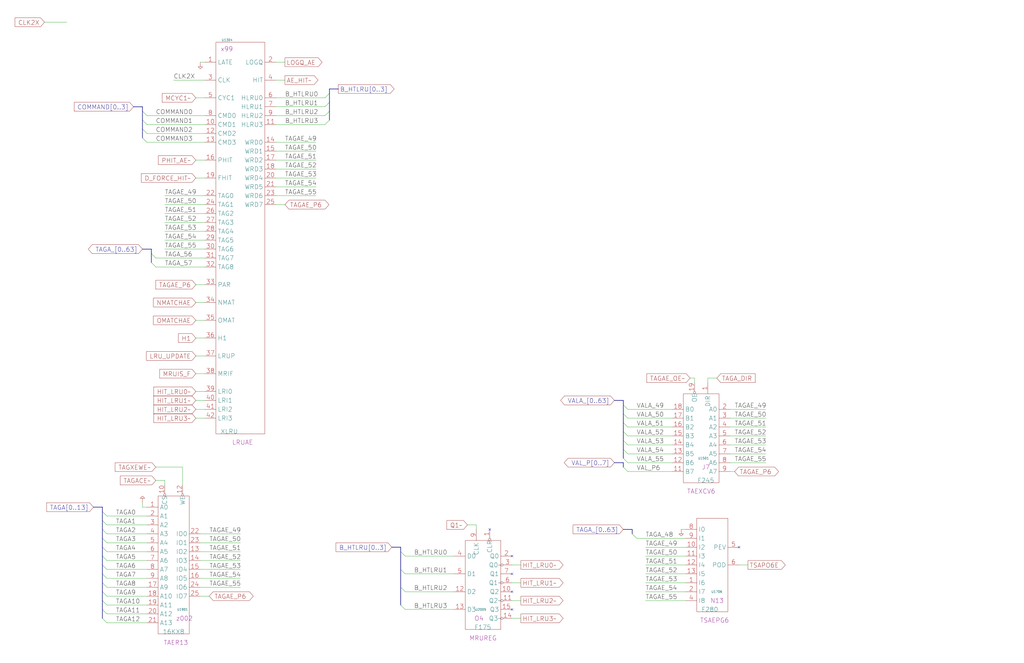
<source format=kicad_sch>
(kicad_sch (version 20230121) (generator eeschema)
  (paper "User" 584.2 378.46)
  (title_block (title "LRU LOGIC\\nPLANE A_EARLY") (date "08-MAR-90") (rev "0.0") (comment 1 "MEM32 BOARD") (comment 2 "232-003066") (comment 3 "S400") (comment 4 "RELEASED"))
  (lib_symbols
    (symbol "r1000:16KX8" (pin_names (offset 1.016))
      (property "Reference" "U" (at 2.54 5.08 0))
      (property "Value" "16KX8" (at -8.89 -7.62 0))
      (property "Location" "___" (at -1.27 0 0))
      (property "Name" "______" (at -1.27 -15.24 0))
      (symbol "16KX8_1_1"
        (rectangle (start -11.43 69.85) (end 6.35 -8.89))
        (circle (center -7.62 70.485) (radius 0.635))
        (circle (center 2.54 70.485) (radius 0.635))
        (pin input line (at -17.78 63.5 0) (length 6.35) (name "A0") (number "1"))
        (pin input line (at -7.62 76.2 270) (length 5.08) (name "CS") (number "10"))
        (pin input line (at 2.54 76.2 270) (length 5.08) (name "WE") (number "12"))
        (pin bidirectional line (at 12.7 38.1 180) (length 6.35) (name "IO2") (number "13"))
        (pin bidirectional line (at 12.7 33.02 180) (length 6.35) (name "IO3") (number "14"))
        (pin bidirectional line (at 12.7 27.94 180) (length 6.35) (name "IO4") (number "15"))
        (pin bidirectional line (at 12.7 22.86 180) (length 6.35) (name "IO5") (number "16"))
        (pin input line (at -17.78 17.78 0) (length 6.35) (name "A9") (number "17"))
        (pin input line (at -17.78 12.7 0) (length 6.35) (name "A10") (number "18"))
        (pin input line (at -17.78 7.62 0) (length 6.35) (name "A11") (number "19"))
        (pin input line (at -17.78 58.42 0) (length 6.35) (name "A1") (number "2"))
        (pin input line (at -17.78 2.54 0) (length 6.35) (name "A12") (number "20"))
        (pin input line (at -17.78 -2.54 0) (length 6.35) (name "A13") (number "21"))
        (pin bidirectional line (at 12.7 48.26 180) (length 6.35) (name "IO0") (number "22"))
        (pin bidirectional line (at 12.7 43.18 180) (length 6.35) (name "IO1") (number "23"))
        (pin bidirectional line (at 12.7 17.78 180) (length 6.35) (name "IO6") (number "24"))
        (pin bidirectional line (at 12.7 12.7 180) (length 6.35) (name "IO7") (number "25"))
        (pin input line (at -17.78 53.34 0) (length 6.35) (name "A2") (number "3"))
        (pin input line (at -17.78 48.26 0) (length 6.35) (name "A3") (number "4"))
        (pin input line (at -17.78 43.18 0) (length 6.35) (name "A4") (number "5"))
        (pin input line (at -17.78 38.1 0) (length 6.35) (name "A5") (number "6"))
        (pin input line (at -17.78 33.02 0) (length 6.35) (name "A6") (number "7"))
        (pin input line (at -17.78 27.94 0) (length 6.35) (name "A7") (number "8"))
        (pin input line (at -17.78 22.86 0) (length 6.35) (name "A8") (number "9"))
      )
    )
    (symbol "r1000:F175" (pin_names (offset 1.016))
      (property "Reference" "U" (at 2.54 5.08 0))
      (property "Value" "F175" (at -1.27 -5.08 0))
      (property "Location" "___" (at -1.27 0 0))
      (property "Name" "______" (at 3.81 -12.7 0))
      (symbol "F175_1_1"
        (rectangle (start -6.35 44.45) (end 13.97 -6.35))
        (circle (center 7.62 45.085) (radius 0.635))
        (circle (center 14.605 0) (radius 0.635))
        (circle (center 14.605 10.16) (radius 0.635))
        (circle (center 14.605 20.32) (radius 0.635))
        (circle (center 14.605 30.48) (radius 0.635))
        (pin input line (at 7.62 50.8 270) (length 5.08) (name "CLR") (number "1"))
        (pin output line (at 20.32 15.24 180) (length 6.35) (name "Q2") (number "10"))
        (pin output line (at 20.32 10.16 180) (length 5.08) (name "Q2~") (number "11"))
        (pin input line (at -12.7 15.24 0) (length 6.35) (name "D2") (number "12"))
        (pin input line (at -12.7 5.08 0) (length 6.35) (name "D3") (number "13"))
        (pin output line (at 20.32 0 180) (length 5.08) (name "Q3~") (number "14"))
        (pin output line (at 20.32 5.08 180) (length 6.35) (name "Q3") (number "15"))
        (pin output line (at 20.32 35.56 180) (length 6.35) (name "Q0") (number "2"))
        (pin output line (at 20.32 30.48 180) (length 5.08) (name "Q0~") (number "3"))
        (pin input line (at -12.7 35.56 0) (length 6.35) (name "D0") (number "4"))
        (pin input line (at -12.7 25.4 0) (length 6.35) (name "D1") (number "5"))
        (pin output line (at 20.32 20.32 180) (length 5.08) (name "Q1~") (number "6"))
        (pin output line (at 20.32 25.4 180) (length 6.35) (name "Q1") (number "7"))
        (pin input line (at 0 50.8 270) (length 6.35) (name "CLK") (number "9"))
      )
    )
    (symbol "r1000:F245" (pin_names (offset 1.016))
      (property "Reference" "U" (at 2.54 5.08 0))
      (property "Value" "F245" (at -3.81 -7.62 0))
      (property "Location" "___" (at -1.27 0 0))
      (property "Name" "______" (at 3.81 -15.24 0))
      (symbol "F245_1_1"
        (rectangle (start -6.35 41.91) (end 13.97 -8.89))
        (circle (center 7.62 42.545) (radius 0.635))
        (pin input line (at 0 48.26 270) (length 6.35) (name "DIR") (number "1"))
        (pin bidirectional line (at 20.32 -2.54 180) (length 6.35) (name "B7") (number "11"))
        (pin bidirectional line (at 20.32 2.54 180) (length 6.35) (name "B6") (number "12"))
        (pin bidirectional line (at 20.32 7.62 180) (length 6.35) (name "B5") (number "13"))
        (pin bidirectional line (at 20.32 12.7 180) (length 6.35) (name "B4") (number "14"))
        (pin bidirectional line (at 20.32 17.78 180) (length 6.35) (name "B3") (number "15"))
        (pin bidirectional line (at 20.32 22.86 180) (length 6.35) (name "B2") (number "16"))
        (pin bidirectional line (at 20.32 27.94 180) (length 6.35) (name "B1") (number "17"))
        (pin bidirectional line (at 20.32 33.02 180) (length 6.35) (name "B0") (number "18"))
        (pin input line (at 7.62 48.26 270) (length 5.08) (name "OE") (number "19"))
        (pin bidirectional line (at -12.7 33.02 0) (length 6.35) (name "A0") (number "2"))
        (pin bidirectional line (at -12.7 27.94 0) (length 6.35) (name "A1") (number "3"))
        (pin bidirectional line (at -12.7 22.86 0) (length 6.35) (name "A2") (number "4"))
        (pin bidirectional line (at -12.7 17.78 0) (length 6.35) (name "A3") (number "5"))
        (pin bidirectional line (at -12.7 12.7 0) (length 6.35) (name "A4") (number "6"))
        (pin bidirectional line (at -12.7 7.62 0) (length 6.35) (name "A5") (number "7"))
        (pin bidirectional line (at -12.7 2.54 0) (length 6.35) (name "A6") (number "8"))
        (pin bidirectional line (at -12.7 -2.54 0) (length 6.35) (name "A7") (number "9"))
      )
    )
    (symbol "r1000:F280" (pin_names (offset 1.016))
      (property "Reference" "U" (at 2.54 5.08 0))
      (property "Value" "F280" (at -6.35 -5.08 0))
      (property "Location" "___" (at -1.27 0 0))
      (property "Name" "______" (at 1.27 -12.7 0))
      (symbol "F280_1_1"
        (rectangle (start -8.89 46.99) (end 8.89 -6.35))
        (pin input line (at -15.24 10.16 0) (length 6.35) (name "I6") (number "1"))
        (pin input line (at -15.24 30.48 0) (length 6.35) (name "I2") (number "10"))
        (pin input line (at -15.24 25.4 0) (length 6.35) (name "I3") (number "11"))
        (pin input line (at -15.24 20.32 0) (length 6.35) (name "I4") (number "12"))
        (pin input line (at -15.24 15.24 0) (length 6.35) (name "I5") (number "13"))
        (pin input line (at -15.24 5.08 0) (length 6.35) (name "I7") (number "2"))
        (pin input line (at -15.24 0 0) (length 6.35) (name "I8") (number "4"))
        (pin output line (at 15.24 30.48 180) (length 6.35) (name "PEV") (number "5"))
        (pin output line (at 15.24 20.32 180) (length 6.35) (name "POD") (number "6"))
        (pin input line (at -15.24 40.64 0) (length 6.35) (name "I0") (number "8"))
        (pin input line (at -15.24 35.56 0) (length 6.35) (name "I1") (number "9"))
      )
    )
    (symbol "r1000:PD" (power) (pin_numbers hide) (pin_names hide) (in_bom no)
      (symbol "PD_0_1"
        (polyline (pts (xy 0 -2.54) (xy 1.27 -2.54) (xy 0 -3.81) (xy -1.27 -2.54) (xy 0 -2.54)) (stroke (width 0.1524)))
      )
      (symbol "PD_1_1"
        (pin power_in line (at 0 0 270) (length 2.54) (name "PD") (number "1"))
      )
    )
    (symbol "r1000:PU" (power) (pin_numbers hide) (pin_names hide)
      (symbol "PU_0_1"
        (polyline (pts (xy 0 2.54) (xy -1.27 2.54) (xy 0 3.81) (xy 1.27 2.54) (xy 0 2.54)) (stroke (width 0.1524)))
      )
      (symbol "PU_1_1"
        (pin power_in line (at 0 0 90) (length 2.54) (name "PU") (number "1"))
      )
    )
    (symbol "r1000:XLRU" (pin_names (offset 1.016))
      (property "Reference" "U" (at 2.54 5.08 0))
      (property "Value" "XLRU" (at -1.27 -218.44 0))
      (property "Location" "___" (at -1.27 0 0))
      (property "Name" "______" (at 11.43 -226.06 0))
      (symbol "XLRU_1_1"
        (rectangle (start -3.81 3.81) (end 24.13 -219.71))
        (pin input line (at -10.16 -7.62 0) (length 6.35) (name "LATE") (number "1"))
        (pin input line (at -10.16 -43.18 0) (length 6.35) (name "CMD1") (number "10"))
        (pin tri_state line (at 30.48 -43.18 180) (length 6.35) (name "HLRU3") (number "11"))
        (pin input line (at -10.16 -48.26 0) (length 6.35) (name "CMD2") (number "12"))
        (pin input line (at -10.16 -53.34 0) (length 6.35) (name "CMD3") (number "13"))
        (pin tri_state line (at 30.48 -53.34 180) (length 6.35) (name "WRD0") (number "14"))
        (pin tri_state line (at 30.48 -58.42 180) (length 6.35) (name "WRD1") (number "15"))
        (pin input line (at -10.16 -63.5 0) (length 6.35) (name "PHIT") (number "16"))
        (pin tri_state line (at 30.48 -63.5 180) (length 6.35) (name "WRD2") (number "17"))
        (pin tri_state line (at 30.48 -68.58 180) (length 6.35) (name "WRD3") (number "18"))
        (pin input line (at -10.16 -73.66 0) (length 6.35) (name "FHIT") (number "19"))
        (pin output line (at 30.48 -7.62 180) (length 6.35) (name "LOGQ") (number "2"))
        (pin tri_state line (at 30.48 -73.66 180) (length 6.35) (name "WRD4") (number "20"))
        (pin tri_state line (at 30.48 -78.74 180) (length 6.35) (name "WRD5") (number "21"))
        (pin input line (at -10.16 -83.82 0) (length 6.35) (name "TAG0") (number "22"))
        (pin tri_state line (at 30.48 -83.82 180) (length 6.35) (name "WRD6") (number "23"))
        (pin input line (at -10.16 -88.9 0) (length 6.35) (name "TAG1") (number "24"))
        (pin tri_state line (at 30.48 -88.9 180) (length 6.35) (name "WRD7") (number "25"))
        (pin input line (at -10.16 -93.98 0) (length 6.35) (name "TAG2") (number "26"))
        (pin input line (at -10.16 -99.06 0) (length 6.35) (name "TAG3") (number "27"))
        (pin input line (at -10.16 -104.14 0) (length 6.35) (name "TAG4") (number "28"))
        (pin input line (at -10.16 -109.22 0) (length 6.35) (name "TAG5") (number "29"))
        (pin input line (at -10.16 -17.78 0) (length 6.35) (name "CLK") (number "3"))
        (pin input line (at -10.16 -114.3 0) (length 6.35) (name "TAG6") (number "30"))
        (pin input line (at -10.16 -119.38 0) (length 6.35) (name "TAG7") (number "31"))
        (pin input line (at -10.16 -124.46 0) (length 6.35) (name "TAG8") (number "32"))
        (pin input line (at -10.16 -134.62 0) (length 6.35) (name "PAR") (number "33"))
        (pin input line (at -10.16 -144.78 0) (length 6.35) (name "NMAT") (number "34"))
        (pin input line (at -10.16 -154.94 0) (length 6.35) (name "OMAT") (number "35"))
        (pin input line (at -10.16 -165.1 0) (length 6.35) (name "H1") (number "36"))
        (pin input line (at -10.16 -175.26 0) (length 6.35) (name "LRUP") (number "37"))
        (pin input line (at -10.16 -185.42 0) (length 6.35) (name "MRIF") (number "38"))
        (pin input line (at -10.16 -195.58 0) (length 6.35) (name "LRI0") (number "39"))
        (pin output line (at 30.48 -17.78 180) (length 6.35) (name "HIT") (number "4"))
        (pin input line (at -10.16 -200.66 0) (length 6.35) (name "LRI1") (number "40"))
        (pin input line (at -10.16 -205.74 0) (length 6.35) (name "LRI2") (number "41"))
        (pin input line (at -10.16 -210.82 0) (length 6.35) (name "LRI3") (number "42"))
        (pin input line (at -10.16 -27.94 0) (length 6.35) (name "CYC1") (number "5"))
        (pin tri_state line (at 30.48 -27.94 180) (length 6.35) (name "HLRU0") (number "6"))
        (pin tri_state line (at 30.48 -33.02 180) (length 6.35) (name "HLRU1") (number "7"))
        (pin input line (at -10.16 -38.1 0) (length 6.35) (name "CMD0") (number "8"))
        (pin tri_state line (at 30.48 -38.1 180) (length 6.35) (name "HLRU2") (number "9"))
      )
    )
  )
  (no_connect (at 421.64 312.42))
  (no_connect (at 292.1 317.5))
  (no_connect (at 292.1 347.98))
  (no_connect (at 292.1 327.66))
  (no_connect (at 279.4 302.26))
  (no_connect (at 292.1 337.82))
  (bus_entry (at 81.28 68.58) (size 2.54 2.54))
  (bus_entry (at 355.6 256.54) (size 2.54 2.54))
  (bus_entry (at 58.42 332.74) (size 2.54 2.54))
  (bus_entry (at 58.42 347.98) (size 2.54 2.54))
  (bus_entry (at 228.6 335.28) (size 2.54 2.54))
  (bus_entry (at 81.28 63.5) (size 2.54 2.54))
  (bus_entry (at 58.42 322.58) (size 2.54 2.54))
  (bus_entry (at 355.6 241.3) (size 2.54 2.54))
  (bus_entry (at 58.42 342.9) (size 2.54 2.54))
  (bus_entry (at 58.42 353.06) (size 2.54 2.54))
  (bus_entry (at 58.42 337.82) (size 2.54 2.54))
  (bus_entry (at 187.96 68.58) (size -2.54 2.54))
  (bus_entry (at 81.28 78.74) (size 2.54 2.54))
  (bus_entry (at 355.6 261.62) (size 2.54 2.54))
  (bus_entry (at 187.96 53.34) (size -2.54 2.54))
  (bus_entry (at 58.42 307.34) (size 2.54 2.54))
  (bus_entry (at 355.6 246.38) (size 2.54 2.54))
  (bus_entry (at 86.36 144.78) (size 2.54 2.54))
  (bus_entry (at 355.6 266.7) (size 2.54 2.54))
  (bus_entry (at 187.96 63.5) (size -2.54 2.54))
  (bus_entry (at 187.96 58.42) (size -2.54 2.54))
  (bus_entry (at 58.42 312.42) (size 2.54 2.54))
  (bus_entry (at 58.42 302.26) (size 2.54 2.54))
  (bus_entry (at 355.6 236.22) (size 2.54 2.54))
  (bus_entry (at 58.42 327.66) (size 2.54 2.54))
  (bus_entry (at 58.42 317.5) (size 2.54 2.54))
  (bus_entry (at 86.36 149.86) (size 2.54 2.54))
  (bus_entry (at 58.42 292.1) (size 2.54 2.54))
  (bus_entry (at 81.28 73.66) (size 2.54 2.54))
  (bus_entry (at 360.68 304.8) (size 2.54 2.54))
  (bus_entry (at 355.6 251.46) (size 2.54 2.54))
  (bus_entry (at 58.42 297.18) (size 2.54 2.54))
  (bus_entry (at 228.6 345.44) (size 2.54 2.54))
  (bus_entry (at 355.6 231.14) (size 2.54 2.54))
  (bus_entry (at 228.6 314.96) (size 2.54 2.54))
  (bus_entry (at 228.6 325.12) (size 2.54 2.54))
  (wire (pts (xy 358.14 254) (xy 383.54 254)))
  (wire (pts (xy 416.56 233.68) (xy 436.88 233.68)))
  (wire (pts (xy 157.48 55.88) (xy 185.42 55.88)))
  (wire (pts (xy 416.56 259.08) (xy 436.88 259.08)))
  (wire (pts (xy 157.48 101.6) (xy 180.34 101.6)))
  (wire (pts (xy 93.98 137.16) (xy 116.84 137.16)))
  (wire (pts (xy 368.3 327.66) (xy 391.16 327.66)))
  (wire (pts (xy 363.22 307.34) (xy 391.16 307.34)))
  (wire (pts (xy 83.82 76.2) (xy 116.84 76.2)))
  (wire (pts (xy 271.78 299.72) (xy 271.78 302.26)))
  (bus (pts (xy 187.96 53.34) (xy 187.96 58.42)))
  (bus (pts (xy 355.6 302.26) (xy 360.68 302.26)))
  (wire (pts (xy 157.48 106.68) (xy 180.34 106.68)))
  (bus (pts (xy 187.96 50.8) (xy 193.04 50.8)))
  (bus (pts (xy 355.6 256.54) (xy 355.6 261.62)))
  (wire (pts (xy 421.64 322.58) (xy 426.72 322.58)))
  (wire (pts (xy 403.86 215.9) (xy 403.86 218.44)))
  (wire (pts (xy 416.56 254) (xy 436.88 254)))
  (bus (pts (xy 58.42 307.34) (xy 58.42 312.42)))
  (wire (pts (xy 60.96 320.04) (xy 83.82 320.04)))
  (bus (pts (xy 86.36 149.86) (xy 86.36 144.78)))
  (wire (pts (xy 358.14 233.68) (xy 383.54 233.68)))
  (bus (pts (xy 228.6 312.42) (xy 223.52 312.42)))
  (bus (pts (xy 81.28 142.24) (xy 86.36 142.24)))
  (bus (pts (xy 228.6 325.12) (xy 228.6 335.28)))
  (bus (pts (xy 355.6 251.46) (xy 355.6 256.54)))
  (wire (pts (xy 60.96 330.2) (xy 83.82 330.2)))
  (bus (pts (xy 86.36 142.24) (xy 86.36 144.78)))
  (wire (pts (xy 60.96 294.64) (xy 83.82 294.64)))
  (wire (pts (xy 60.96 345.44) (xy 83.82 345.44)))
  (wire (pts (xy 60.96 325.12) (xy 83.82 325.12)))
  (wire (pts (xy 114.3 35.56) (xy 116.84 35.56)))
  (wire (pts (xy 111.76 203.2) (xy 116.84 203.2)))
  (wire (pts (xy 111.76 228.6) (xy 116.84 228.6)))
  (wire (pts (xy 358.14 264.16) (xy 383.54 264.16)))
  (wire (pts (xy 111.76 55.88) (xy 116.84 55.88)))
  (wire (pts (xy 368.3 342.9) (xy 391.16 342.9)))
  (wire (pts (xy 83.82 289.56) (xy 81.28 289.56)))
  (wire (pts (xy 368.3 332.74) (xy 391.16 332.74)))
  (wire (pts (xy 111.76 233.68) (xy 116.84 233.68)))
  (wire (pts (xy 396.24 215.9) (xy 396.24 218.44)))
  (wire (pts (xy 114.3 314.96) (xy 137.16 314.96)))
  (wire (pts (xy 111.76 213.36) (xy 116.84 213.36)))
  (bus (pts (xy 355.6 246.38) (xy 355.6 251.46)))
  (wire (pts (xy 292.1 342.9) (xy 297.18 342.9)))
  (bus (pts (xy 53.34 289.56) (xy 58.42 289.56)))
  (wire (pts (xy 157.48 81.28) (xy 180.34 81.28)))
  (wire (pts (xy 111.76 182.88) (xy 116.84 182.88)))
  (bus (pts (xy 58.42 332.74) (xy 58.42 337.82)))
  (bus (pts (xy 228.6 314.96) (xy 228.6 325.12)))
  (wire (pts (xy 157.48 60.96) (xy 185.42 60.96)))
  (wire (pts (xy 358.14 243.84) (xy 383.54 243.84)))
  (wire (pts (xy 157.48 71.12) (xy 185.42 71.12)))
  (bus (pts (xy 58.42 347.98) (xy 58.42 353.06)))
  (wire (pts (xy 111.76 162.56) (xy 116.84 162.56)))
  (wire (pts (xy 111.76 238.76) (xy 116.84 238.76)))
  (wire (pts (xy 416.56 264.16) (xy 436.88 264.16)))
  (bus (pts (xy 58.42 302.26) (xy 58.42 307.34)))
  (wire (pts (xy 403.86 215.9) (xy 408.94 215.9)))
  (wire (pts (xy 416.56 269.24) (xy 419.1 269.24)))
  (wire (pts (xy 60.96 299.72) (xy 83.82 299.72)))
  (wire (pts (xy 104.14 266.7) (xy 104.14 276.86)))
  (wire (pts (xy 60.96 355.6) (xy 83.82 355.6)))
  (wire (pts (xy 114.3 340.36) (xy 119.38 340.36)))
  (wire (pts (xy 114.3 330.2) (xy 137.16 330.2)))
  (wire (pts (xy 114.3 325.12) (xy 137.16 325.12)))
  (bus (pts (xy 187.96 50.8) (xy 187.96 53.34)))
  (bus (pts (xy 187.96 63.5) (xy 187.96 58.42)))
  (bus (pts (xy 58.42 337.82) (xy 58.42 342.9)))
  (bus (pts (xy 360.68 302.26) (xy 360.68 304.8)))
  (wire (pts (xy 358.14 248.92) (xy 383.54 248.92)))
  (wire (pts (xy 88.9 274.32) (xy 93.98 274.32)))
  (wire (pts (xy 358.14 259.08) (xy 383.54 259.08)))
  (wire (pts (xy 111.76 172.72) (xy 116.84 172.72)))
  (bus (pts (xy 355.6 264.16) (xy 350.52 264.16)))
  (bus (pts (xy 58.42 332.74) (xy 58.42 327.66)))
  (wire (pts (xy 93.98 274.32) (xy 93.98 276.86)))
  (bus (pts (xy 58.42 292.1) (xy 58.42 297.18)))
  (wire (pts (xy 60.96 304.8) (xy 83.82 304.8)))
  (wire (pts (xy 231.14 347.98) (xy 259.08 347.98)))
  (wire (pts (xy 83.82 66.04) (xy 116.84 66.04)))
  (wire (pts (xy 88.9 147.32) (xy 116.84 147.32)))
  (wire (pts (xy 231.14 317.5) (xy 259.08 317.5)))
  (bus (pts (xy 355.6 266.7) (xy 355.6 264.16)))
  (bus (pts (xy 187.96 63.5) (xy 187.96 68.58)))
  (wire (pts (xy 93.98 127) (xy 116.84 127)))
  (wire (pts (xy 416.56 238.76) (xy 436.88 238.76)))
  (wire (pts (xy 60.96 314.96) (xy 83.82 314.96)))
  (bus (pts (xy 355.6 231.14) (xy 355.6 228.6)))
  (bus (pts (xy 355.6 236.22) (xy 355.6 241.3)))
  (wire (pts (xy 157.48 35.56) (xy 162.56 35.56)))
  (bus (pts (xy 228.6 314.96) (xy 228.6 312.42)))
  (bus (pts (xy 81.28 63.5) (xy 81.28 60.96)))
  (wire (pts (xy 111.76 193.04) (xy 116.84 193.04)))
  (wire (pts (xy 93.98 142.24) (xy 116.84 142.24)))
  (bus (pts (xy 58.42 317.5) (xy 58.42 322.58)))
  (wire (pts (xy 358.14 238.76) (xy 383.54 238.76)))
  (wire (pts (xy 114.3 304.8) (xy 137.16 304.8)))
  (wire (pts (xy 88.9 266.7) (xy 104.14 266.7)))
  (wire (pts (xy 292.1 322.58) (xy 297.18 322.58)))
  (wire (pts (xy 368.3 312.42) (xy 391.16 312.42)))
  (wire (pts (xy 93.98 111.76) (xy 116.84 111.76)))
  (wire (pts (xy 231.14 327.66) (xy 259.08 327.66)))
  (wire (pts (xy 114.3 309.88) (xy 137.16 309.88)))
  (bus (pts (xy 81.28 68.58) (xy 81.28 63.5)))
  (wire (pts (xy 157.48 111.76) (xy 180.34 111.76)))
  (wire (pts (xy 157.48 86.36) (xy 180.34 86.36)))
  (wire (pts (xy 60.96 340.36) (xy 83.82 340.36)))
  (bus (pts (xy 81.28 78.74) (xy 81.28 73.66)))
  (wire (pts (xy 114.3 320.04) (xy 137.16 320.04)))
  (wire (pts (xy 93.98 116.84) (xy 116.84 116.84)))
  (wire (pts (xy 368.3 337.82) (xy 391.16 337.82)))
  (bus (pts (xy 350.52 228.6) (xy 355.6 228.6)))
  (wire (pts (xy 416.56 248.92) (xy 436.88 248.92)))
  (wire (pts (xy 388.62 302.26) (xy 391.16 302.26)))
  (wire (pts (xy 81.28 289.56) (xy 81.28 287.02)))
  (bus (pts (xy 355.6 241.3) (xy 355.6 246.38)))
  (wire (pts (xy 231.14 337.82) (xy 259.08 337.82)))
  (wire (pts (xy 60.96 335.28) (xy 83.82 335.28)))
  (wire (pts (xy 368.3 322.58) (xy 391.16 322.58)))
  (wire (pts (xy 157.48 91.44) (xy 180.34 91.44)))
  (wire (pts (xy 114.3 335.28) (xy 137.16 335.28)))
  (bus (pts (xy 355.6 231.14) (xy 355.6 236.22)))
  (wire (pts (xy 368.3 317.5) (xy 391.16 317.5)))
  (wire (pts (xy 416.56 243.84) (xy 436.88 243.84)))
  (wire (pts (xy 111.76 101.6) (xy 116.84 101.6)))
  (wire (pts (xy 88.9 152.4) (xy 116.84 152.4)))
  (wire (pts (xy 292.1 332.74) (xy 297.18 332.74)))
  (bus (pts (xy 58.42 302.26) (xy 58.42 297.18)))
  (wire (pts (xy 93.98 132.08) (xy 116.84 132.08)))
  (bus (pts (xy 81.28 60.96) (xy 76.2 60.96)))
  (bus (pts (xy 58.42 342.9) (xy 58.42 347.98)))
  (bus (pts (xy 58.42 312.42) (xy 58.42 317.5)))
  (wire (pts (xy 83.82 81.28) (xy 116.84 81.28)))
  (wire (pts (xy 393.7 215.9) (xy 396.24 215.9)))
  (wire (pts (xy 266.7 299.72) (xy 271.78 299.72)))
  (bus (pts (xy 81.28 73.66) (xy 81.28 68.58)))
  (bus (pts (xy 58.42 292.1) (xy 58.42 289.56)))
  (wire (pts (xy 157.48 66.04) (xy 185.42 66.04)))
  (bus (pts (xy 58.42 322.58) (xy 58.42 327.66)))
  (wire (pts (xy 292.1 353.06) (xy 297.18 353.06)))
  (wire (pts (xy 157.48 96.52) (xy 180.34 96.52)))
  (wire (pts (xy 25.4 12.7) (xy 38.1 12.7)))
  (wire (pts (xy 60.96 309.88) (xy 83.82 309.88)))
  (wire (pts (xy 157.48 45.72) (xy 162.56 45.72)))
  (wire (pts (xy 60.96 350.52) (xy 83.82 350.52)))
  (wire (pts (xy 111.76 223.52) (xy 116.84 223.52)))
  (wire (pts (xy 93.98 121.92) (xy 116.84 121.92)))
  (bus (pts (xy 228.6 335.28) (xy 228.6 345.44)))
  (wire (pts (xy 157.48 116.84) (xy 162.56 116.84)))
  (wire (pts (xy 99.06 45.72) (xy 116.84 45.72)))
  (wire (pts (xy 358.14 269.24) (xy 383.54 269.24)))
  (wire (pts (xy 111.76 91.44) (xy 116.84 91.44)))
  (wire (pts (xy 83.82 71.12) (xy 116.84 71.12)))
  (label "TAGAE_53" (at 93.98 132.08 0) (effects (font (size 2.54 2.54))))
  (label "B_HTLRU3" (at 236.22 347.98 0) (effects (font (size 2.54 2.54))))
  (label "TAGA7" (at 66.04 330.2 0) (effects (font (size 2.54 2.54))))
  (label "COMMAND2" (at 88.9 76.2 0) (effects (font (size 2.54 2.54))))
  (label "TAGA12" (at 66.04 355.6 0) (effects (font (size 2.54 2.54))))
  (label "TAGAE_52" (at 368.3 327.66 0) (effects (font (size 2.54 2.54))))
  (label "B_HTLRU2" (at 162.56 66.04 0) (effects (font (size 2.54 2.54))))
  (label "TAGAE_51" (at 162.56 91.44 0) (effects (font (size 2.54 2.54))))
  (label "TAGAE_50" (at 162.56 86.36 0) (effects (font (size 2.54 2.54))))
  (label "TAGA9" (at 66.04 340.36 0) (effects (font (size 2.54 2.54))))
  (label "TAGAE_54" (at 162.56 106.68 0) (effects (font (size 2.54 2.54))))
  (label "TAGAE_54" (at 93.98 137.16 0) (effects (font (size 2.54 2.54))))
  (label "VALA_51" (at 363.22 243.84 0) (effects (font (size 2.54 2.54))))
  (label "B_HTLRU0" (at 162.56 55.88 0) (effects (font (size 2.54 2.54))))
  (label "TAGA11" (at 66.04 350.52 0) (effects (font (size 2.54 2.54))))
  (label "B_HTLRU0" (at 236.22 317.5 0) (effects (font (size 2.54 2.54))))
  (label "B_HTLRU1" (at 236.22 327.66 0) (effects (font (size 2.54 2.54))))
  (label "TAGA_48" (at 368.3 307.34 0) (effects (font (size 2.54 2.54))))
  (label "TAGAE_54" (at 119.38 330.2 0) (effects (font (size 2.54 2.54))))
  (label "VALA_52" (at 363.22 248.92 0) (effects (font (size 2.54 2.54))))
  (label "TAGAE_50" (at 368.3 317.5 0) (effects (font (size 2.54 2.54))))
  (label "TAGAE_53" (at 368.3 332.74 0) (effects (font (size 2.54 2.54))))
  (label "TAGAE_55" (at 162.56 111.76 0) (effects (font (size 2.54 2.54))))
  (label "TAGAE_55" (at 119.38 335.28 0) (effects (font (size 2.54 2.54))))
  (label "TAGA4" (at 66.04 314.96 0) (effects (font (size 2.54 2.54))))
  (label "VAL_P6" (at 363.22 269.24 0) (effects (font (size 2.54 2.54))))
  (label "TAGA1" (at 66.04 299.72 0) (effects (font (size 2.54 2.54))))
  (label "TAGAE_50" (at 419.1 238.76 0) (effects (font (size 2.54 2.54))))
  (label "TAGAE_52" (at 419.1 248.92 0) (effects (font (size 2.54 2.54))))
  (label "TAGAE_53" (at 419.1 254 0) (effects (font (size 2.54 2.54))))
  (label "COMMAND3" (at 88.9 81.28 0) (effects (font (size 2.54 2.54))))
  (label "TAGAE_49" (at 93.98 111.76 0) (effects (font (size 2.54 2.54))))
  (label "TAGA6" (at 66.04 325.12 0) (effects (font (size 2.54 2.54))))
  (label "TAGAE_52" (at 93.98 127 0) (effects (font (size 2.54 2.54))))
  (label "TAGA3" (at 66.04 309.88 0) (effects (font (size 2.54 2.54))))
  (label "TAGA0" (at 66.04 294.64 0) (effects (font (size 2.54 2.54))))
  (label "TAGAE_51" (at 93.98 121.92 0) (effects (font (size 2.54 2.54))))
  (label "TAGAE_49" (at 368.3 312.42 0) (effects (font (size 2.54 2.54))))
  (label "TAGAE_55" (at 93.98 142.24 0) (effects (font (size 2.54 2.54))))
  (label "VALA_55" (at 363.22 264.16 0) (effects (font (size 2.54 2.54))))
  (label "TAGAE_53" (at 119.38 325.12 0) (effects (font (size 2.54 2.54))))
  (label "TAGA5" (at 66.04 320.04 0) (effects (font (size 2.54 2.54))))
  (label "TAGAE_55" (at 368.3 342.9 0) (effects (font (size 2.54 2.54))))
  (label "TAGAE_49" (at 162.56 81.28 0) (effects (font (size 2.54 2.54))))
  (label "B_HTLRU2" (at 236.22 337.82 0) (effects (font (size 2.54 2.54))))
  (label "TAGAE_55" (at 419.1 264.16 0) (effects (font (size 2.54 2.54))))
  (label "TAGA2" (at 66.04 304.8 0) (effects (font (size 2.54 2.54))))
  (label "TAGAE_49" (at 119.38 304.8 0) (effects (font (size 2.54 2.54))))
  (label "TAGAE_54" (at 368.3 337.82 0) (effects (font (size 2.54 2.54))))
  (label "TAGA_56" (at 93.98 147.32 0) (effects (font (size 2.54 2.54))))
  (label "TAGAE_52" (at 119.38 320.04 0) (effects (font (size 2.54 2.54))))
  (label "COMMAND0" (at 88.9 66.04 0) (effects (font (size 2.54 2.54))))
  (label "B_HTLRU1" (at 162.56 60.96 0) (effects (font (size 2.54 2.54))))
  (label "COMMAND1" (at 88.9 71.12 0) (effects (font (size 2.54 2.54))))
  (label "TAGAE_50" (at 93.98 116.84 0) (effects (font (size 2.54 2.54))))
  (label "CLK2X" (at 99.06 45.72 0) (effects (font (size 2.54 2.54))))
  (label "TAGA_57" (at 93.98 152.4 0) (effects (font (size 2.54 2.54))))
  (label "TAGAE_51" (at 119.38 314.96 0) (effects (font (size 2.54 2.54))))
  (label "B_HTLRU3" (at 162.56 71.12 0) (effects (font (size 2.54 2.54))))
  (label "TAGAE_51" (at 419.1 243.84 0) (effects (font (size 2.54 2.54))))
  (label "VALA_50" (at 363.22 238.76 0) (effects (font (size 2.54 2.54))))
  (label "TAGA8" (at 66.04 335.28 0) (effects (font (size 2.54 2.54))))
  (label "TAGAE_52" (at 162.56 96.52 0) (effects (font (size 2.54 2.54))))
  (label "TAGAE_50" (at 119.38 309.88 0) (effects (font (size 2.54 2.54))))
  (label "VALA_49" (at 363.22 233.68 0) (effects (font (size 2.54 2.54))))
  (label "VALA_53" (at 363.22 254 0) (effects (font (size 2.54 2.54))))
  (label "VALA_54" (at 363.22 259.08 0) (effects (font (size 2.54 2.54))))
  (label "TAGAE_53" (at 162.56 101.6 0) (effects (font (size 2.54 2.54))))
  (label "TAGAE_51" (at 368.3 322.58 0) (effects (font (size 2.54 2.54))))
  (label "TAGAE_54" (at 419.1 259.08 0) (effects (font (size 2.54 2.54))))
  (label "TAGAE_49" (at 419.1 233.68 0) (effects (font (size 2.54 2.54))))
  (label "TAGA10" (at 66.04 345.44 0) (effects (font (size 2.54 2.54))))
  (global_label "TAGACE~" (shape input) (at 88.9 274.32 180) (effects (font (size 2.54 2.54))) (property "Intersheetrefs" "${INTERSHEET_REFS}" (at 66.173 274.1613 0) (effects (font (size 1.905 1.905)) (justify right))))
  (global_label "NMATCHAE" (shape input) (at 111.76 172.72 180) (effects (font (size 2.54 2.54))) (property "Intersheetrefs" "${INTERSHEET_REFS}" (at 87.5816 172.5613 0) (effects (font (size 1.905 1.905)) (justify right))))
  (global_label "HIT_LRU1~" (shape output) (at 297.18 332.74 0) (effects (font (size 2.54 2.54))) (property "Intersheetrefs" "${INTERSHEET_REFS}" (at 321.2374 332.8987 0) (effects (font (size 1.905 1.905)) (justify left))))
  (global_label "TAGAE_P6" (shape input) (at 111.76 162.56 180) (effects (font (size 2.54 2.54))) (property "Intersheetrefs" "${INTERSHEET_REFS}" (at 88.9121 162.4013 0) (effects (font (size 1.905 1.905)) (justify right))))
  (global_label "TAGA_[0..63]" (shape input) (at 355.6 302.26 180) (effects (font (size 2.54 2.54))) (property "Intersheetrefs" "${INTERSHEET_REFS}" (at 326.9464 302.1013 0) (effects (font (size 1.905 1.905)) (justify right))))
  (global_label "HIT_LRU0~" (shape input) (at 111.76 223.52 180) (effects (font (size 2.54 2.54))) (property "Intersheetrefs" "${INTERSHEET_REFS}" (at 87.7026 223.3613 0) (effects (font (size 1.905 1.905)) (justify right))))
  (global_label "B_HTLRU[0..3]" (shape input) (at 223.52 312.42 180) (effects (font (size 2.54 2.54))) (property "Intersheetrefs" "${INTERSHEET_REFS}" (at 190.7373 312.42 0) (effects (font (size 1.905 1.905)) (justify right))))
  (global_label "Q1~" (shape input) (at 266.7 299.72 180) (effects (font (size 2.54 2.54))) (property "Intersheetrefs" "${INTERSHEET_REFS}" (at 250.0207 299.5613 0) (effects (font (size 1.905 1.905)) (justify right))))
  (global_label "HIT_LRU3~" (shape input) (at 111.76 238.76 180) (effects (font (size 2.54 2.54))) (property "Intersheetrefs" "${INTERSHEET_REFS}" (at 87.7026 238.6013 0) (effects (font (size 1.905 1.905)) (justify right))))
  (global_label "TAGA[0..13]" (shape input) (at 53.34 289.56 180) (effects (font (size 2.54 2.54))) (property "Intersheetrefs" "${INTERSHEET_REFS}" (at 25.9551 289.56 0) (effects (font (size 1.905 1.905)) (justify right))))
  (global_label "HIT_LRU2~" (shape input) (at 111.76 233.68 180) (effects (font (size 2.54 2.54))) (property "Intersheetrefs" "${INTERSHEET_REFS}" (at 87.7026 233.5213 0) (effects (font (size 1.905 1.905)) (justify right))))
  (global_label "HIT_LRU2~" (shape output) (at 297.18 342.9 0) (effects (font (size 2.54 2.54))) (property "Intersheetrefs" "${INTERSHEET_REFS}" (at 321.2374 343.0587 0) (effects (font (size 1.905 1.905)) (justify left))))
  (global_label "TAGAE_P6" (shape bidirectional) (at 119.38 340.36 0) (effects (font (size 2.54 2.54))) (property "Intersheetrefs" "${INTERSHEET_REFS}" (at 142.2279 340.2013 0) (effects (font (size 1.905 1.905)) (justify left))))
  (global_label "HIT_LRU3~" (shape output) (at 297.18 353.06 0) (effects (font (size 2.54 2.54))) (property "Intersheetrefs" "${INTERSHEET_REFS}" (at 321.2374 353.2187 0) (effects (font (size 1.905 1.905)) (justify left))))
  (global_label "VAL_P[0..7]" (shape bidirectional) (at 350.52 264.16 180) (effects (font (size 2.54 2.54))) (property "Intersheetrefs" "${INTERSHEET_REFS}" (at 324.1645 264.0013 0) (effects (font (size 1.905 1.905)) (justify right))))
  (global_label "TAGA_DIR" (shape input) (at 408.94 215.9 0) (effects (font (size 2.54 2.54))) (property "Intersheetrefs" "${INTERSHEET_REFS}" (at 430.8203 215.7413 0) (effects (font (size 1.905 1.905)) (justify left))))
  (global_label "TAGAE_P6" (shape bidirectional) (at 419.1 269.24 0) (effects (font (size 2.54 2.54))) (property "Intersheetrefs" "${INTERSHEET_REFS}" (at 441.9479 269.0813 0) (effects (font (size 1.905 1.905)) (justify left))))
  (global_label "MCYC1~" (shape input) (at 111.76 55.88 180) (effects (font (size 2.54 2.54))) (property "Intersheetrefs" "${INTERSHEET_REFS}" (at 92.5407 55.7213 0) (effects (font (size 1.905 1.905)) (justify right))))
  (global_label "VALA_[0..63]" (shape bidirectional) (at 350.52 228.6 180) (effects (font (size 2.54 2.54))) (property "Intersheetrefs" "${INTERSHEET_REFS}" (at 318.9774 228.6 0) (effects (font (size 1.905 1.905)) (justify right))))
  (global_label "D_FORCE_HIT~" (shape input) (at 111.76 101.6 180) (effects (font (size 2.54 2.54))) (property "Intersheetrefs" "${INTERSHEET_REFS}" (at 80.6873 101.4413 0) (effects (font (size 1.905 1.905)) (justify right))))
  (global_label "TAGA_[0..63]" (shape bidirectional) (at 81.28 142.24 180) (effects (font (size 2.54 2.54))) (property "Intersheetrefs" "${INTERSHEET_REFS}" (at 52.6264 142.0813 0) (effects (font (size 1.905 1.905)) (justify right))))
  (global_label "B_HTLRU[0..3]" (shape output) (at 193.04 50.8 0) (effects (font (size 2.54 2.54))) (property "Intersheetrefs" "${INTERSHEET_REFS}" (at 225.8227 50.8 0) (effects (font (size 1.905 1.905)) (justify left))))
  (global_label "OMATCHAE" (shape input) (at 111.76 182.88 180) (effects (font (size 2.54 2.54))) (property "Intersheetrefs" "${INTERSHEET_REFS}" (at 87.5816 182.7213 0) (effects (font (size 1.905 1.905)) (justify right))))
  (global_label "AE_HIT~" (shape output) (at 162.56 45.72 0) (effects (font (size 2.54 2.54))) (property "Intersheetrefs" "${INTERSHEET_REFS}" (at 182.4009 45.72 0) (effects (justify left))))
  (global_label "H1" (shape input) (at 111.76 193.04 180) (effects (font (size 2.54 2.54))) (property "Intersheetrefs" "${INTERSHEET_REFS}" (at 101.854 192.8813 0) (effects (font (size 1.905 1.905)) (justify right))))
  (global_label "LOGQ_AE" (shape output) (at 162.56 35.56 0) (effects (font (size 2.54 2.54))) (property "Intersheetrefs" "${INTERSHEET_REFS}" (at 183.7146 35.4013 0) (effects (font (size 1.905 1.905)) (justify left))))
  (global_label "TAGAE_P6" (shape bidirectional) (at 162.56 116.84 0) (effects (font (size 2.54 2.54))) (property "Intersheetrefs" "${INTERSHEET_REFS}" (at 185.4079 116.6813 0) (effects (font (size 1.905 1.905)) (justify left))))
  (global_label "MRUIS_F" (shape input) (at 111.76 213.36 180) (effects (font (size 2.54 2.54))) (property "Intersheetrefs" "${INTERSHEET_REFS}" (at 91.0892 213.2013 0) (effects (font (size 1.905 1.905)) (justify right))))
  (global_label "LRU_UPDATE" (shape input) (at 111.76 203.2 180) (effects (font (size 2.54 2.54))) (property "Intersheetrefs" "${INTERSHEET_REFS}" (at 83.5902 203.0413 0) (effects (font (size 1.905 1.905)) (justify right))))
  (global_label "HIT_LRU1~" (shape input) (at 111.76 228.6 180) (effects (font (size 2.54 2.54))) (property "Intersheetrefs" "${INTERSHEET_REFS}" (at 87.7026 228.4413 0) (effects (font (size 1.905 1.905)) (justify right))))
  (global_label "CLK2X" (shape input) (at 25.4 12.7 180) (effects (font (size 2.54 2.54))) (property "Intersheetrefs" "${INTERSHEET_REFS}" (at 1.7054 12.5413 0) (effects (font (size 1.905 1.905)) (justify right))))
  (global_label "COMMAND[0..3]" (shape input) (at 76.2 60.96 180) (effects (font (size 2.54 2.54))) (property "Intersheetrefs" "${INTERSHEET_REFS}" (at 42.3454 60.8013 0) (effects (font (size 1.905 1.905)) (justify right))))
  (global_label "HIT_LRU0~" (shape output) (at 297.18 322.58 0) (effects (font (size 2.54 2.54))) (property "Intersheetrefs" "${INTERSHEET_REFS}" (at 321.2374 322.7387 0) (effects (font (size 1.905 1.905)) (justify left))))
  (global_label "TAGAE_OE~" (shape input) (at 393.7 215.9 180) (effects (font (size 2.54 2.54))) (property "Intersheetrefs" "${INTERSHEET_REFS}" (at 369.0378 215.7413 0) (effects (font (size 1.905 1.905)) (justify right))))
  (global_label "PHIT_AE~" (shape input) (at 111.76 91.44 180) (effects (font (size 2.54 2.54))) (property "Intersheetrefs" "${INTERSHEET_REFS}" (at 90.3635 91.2813 0) (effects (font (size 1.905 1.905)) (justify right))))
  (global_label "TAGXEWE~" (shape input) (at 88.9 266.7 180) (effects (font (size 2.54 2.54))) (property "Intersheetrefs" "${INTERSHEET_REFS}" (at 65.6892 266.5413 0) (effects (font (size 1.905 1.905)) (justify right))))
  (global_label "TSAPO6E" (shape output) (at 426.72 322.58 0) (effects (font (size 2.54 2.54))) (property "Intersheetrefs" "${INTERSHEET_REFS}" (at 448.9799 322.58 0) (effects (justify left))))
  (symbol (lib_id "r1000:F175") (at 271.78 353.06 0) (unit 1)
    (property "Reference" "U2005" (at 274.32 347.98 0))
    (property "Value" "F175" (at 270.51 358.14 0) (effects (font (size 2.54 2.54)) (justify left)))
    (property "Location" "O4" (at 270.51 353.06 0) (effects (font (size 2.54 2.54)) (justify left)))
    (property "Name" "MRUREG" (at 275.59 365.76 0) (effects (font (size 2.54 2.54)) (justify bottom)))
  )
  (symbol (lib_id "r1000:XLRU") (at 127 27.94 0) (unit 1)
    (property "Reference" "U1304" (at 129.54 22.86 0))
    (property "Value" "XLRU" (at 125.73 246.38 0) (effects (font (size 2.54 2.54)) (justify left)))
    (property "Location" "x99" (at 125.73 27.94 0) (effects (font (size 2.54 2.54)) (justify left)))
    (property "Name" "LRUAE" (at 138.43 254 0) (effects (font (size 2.54 2.54)) (justify bottom)))
  )
  (symbol (lib_id "r1000:F280") (at 406.4 342.9 0) (unit 1)
    (property "Reference" "U1706" (at 408.94 337.82 0))
    (property "Value" "F280" (at 400.05 347.98 0) (effects (font (size 2.54 2.54)) (justify left)))
    (property "Location" "N13" (at 405.13 342.9 0) (effects (font (size 2.54 2.54)) (justify left)))
    (property "Name" "TSAEPG6" (at 407.67 355.6 0) (effects (font (size 2.54 2.54)) (justify bottom)))
    (instances (project "MEM32" (path "" (reference "U1706") (unit 1)) (path "" (reference "U1302") (unit 1))))
  )
  (symbol (lib_id "r1000:F245") (at 403.86 266.7 0) (mirror y) (unit 1)
    (property "Reference" "U1501" (at 401.32 261.62 0))
    (property "Value" "F245" (at 407.67 274.32 0) (effects (font (size 2.54 2.54)) (justify left)))
    (property "Location" "J7" (at 405.13 266.7 0) (effects (font (size 2.54 2.54)) (justify left)))
    (property "Name" "TAEXCV6" (at 400.05 281.94 0) (effects (font (size 2.54 2.54)) (justify bottom)))
  )
  (symbol (lib_id "r1000:PU") (at 81.28 287.02 0) (unit 1)
    (property "Reference" "#PWR01901" (effects hide))
    (property "Value" "PU" (effects hide))
  )
  (symbol (lib_id "r1000:16KX8") (at 101.6 353.06 0) (unit 1)
    (property "Reference" "U1901" (at 104.14 347.98 0))
    (property "Value" "16KX8" (at 92.71 360.68 0) (effects (font (size 2.54 2.54)) (justify left)))
    (property "Location" "z002" (at 100.33 353.06 0) (effects (font (size 2.54 2.54)) (justify left)))
    (property "Name" "TAER13" (at 100.33 368.3 0) (effects (font (size 2.54 2.54)) (justify bottom)))
  )
  (symbol (lib_id "r1000:PD") (at 388.62 302.26 0) (unit 1) (in_bom no)
    (property "Reference" "#PWR0121" (effects hide))
    (property "Value" "PD" (effects hide))
    (instances (project "MEM32" (path "" (reference "#PWR0121") (unit 1)) (path "" (reference "#PWR01301") (unit 1))))
  )
  (symbol (lib_id "r1000:PD") (at 114.3 35.56 0) (unit 1) (in_bom no)
    (property "Reference" "#PWR01302" (effects hide))
    (property "Value" "PD" (effects hide))
  )
)
</source>
